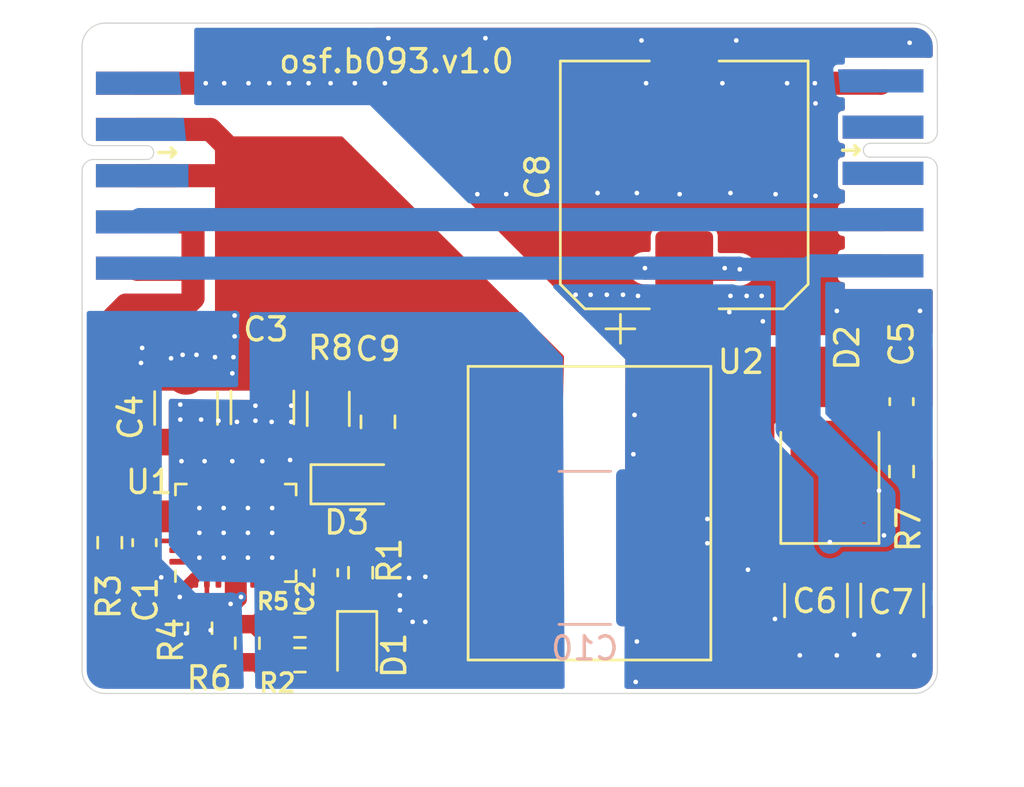
<source format=kicad_pcb>
(kicad_pcb (version 20211014) (generator pcbnew)
  (layers (0 "F.Cu" signal) (31 "B.Cu" signal) (34 "B.Paste" user) (35 "F.Paste" user) (36 "B.SilkS" user "B.Silkscreen") (37 "F.SilkS" user "F.Silkscreen") (38 "B.Mask" user) (39 "F.Mask" user) (44 "Edge.Cuts" user))
  (net 0 "")
  (net 1 "GND")
  (net 2 "Net-(R3-Pad1)")
  (net 3 "/flyback/VCC")
  (net 4 "Net-(R4-Pad2)")
  (net 5 "Net-(R5-Pad1)")
  (net 11 "/flyback/transformer_out")
  (net 12 "Net-(C5-Pad2)")
  (net 13 "Net-(D1-Pad1)")
  (net 14 "/flyback/SW")
  (net 15 "/flyback/FB1")
  (net 16 "Net-(C9-Pad2)")
  (net 18 "Net-(D1-Pad2)")
  (net 19 "/5V")
  (net 20 "/3.3V")
  (net 21 "/flyback/PoE+")
  (net 22 "/flyback/PoE-")
  (net 23 "/flyback/GNDPWR")
  (footprint "on_edge:on_edge_2x05_device" (layer "F.Cu") (at 77 80.6 -90)
    (fp_text reference "J1")
    (fp_text value "013_PoE_rectified")
    (fp_line (start -1.3 -2.8) (end -1.3 -0.5) (layer "Edge.Cuts") (width 0.05))
    (fp_line (start -0.2 0) (end 4 0) (layer "Edge.Cuts") (width 0.05))
    (fp_line (start -0.7 -0.5) (end -0.7 -2.8) (layer "Edge.Cuts") (width 0.05))
    (fp_line (start -4 0) (end -1.8 0) (layer "Edge.Cuts") (width 0.05))
    (fp_arc (start -1.3 -0.5) (mid -1.446447 -0.146447) (end -1.8 0) (layer "Edge.Cuts") (width 0.05))
    (fp_arc (start -0.2 0) (mid -0.553553 -0.146447) (end -0.7 -0.5) (layer "Edge.Cuts") (width 0.05))
    (fp_arc (start -1.3 -2.8) (mid -1 -3.1) (end -0.7 -2.8) (layer "Edge.Cuts") (width 0.05))
  )
  (footprint "Capacitor_SMD:C_0603_1608Metric" (layer "F.Cu") (at 79.7 96.475 90)
    (fp_text reference "C1")
    (fp_text value "100n")
  )
  (footprint "Capacitor_SMD:C_0603_1608Metric" (layer "F.Cu") (at 87.55 97.775 -90)
    (fp_text reference "C2")
    (fp_text value "1uF")
  )
  (footprint "Resistor_SMD:R_0603_1608Metric" (layer "F.Cu") (at 78.2 96.475 90)
    (fp_text reference "R3")
    (fp_text value "41.2R")
  )
  (footprint "Resistor_SMD:R_0603_1608Metric" (layer "F.Cu") (at 86.425 100.05)
    (fp_text reference "R5")
    (fp_text value "49.9k")
  )
  (footprint "Package_DFN_QFN:QFN-28-1EP_4x5mm_P0.5mm_EP2.65x3.65mm_ThermalVias" (layer "F.Cu") (at 83.65 96.05 90)
    (fp_text reference "U1")
    (fp_text value "MP8007")
  )
  (footprint "on_edge:on_edge_2x05_host" (layer "F.Cu") (at 114 80.5 -90)
    (fp_text reference "J2")
    (fp_text value "003_power")
    (fp_line (start -0.2 0) (end 4 0) (layer "Edge.Cuts") (width 0.05))
    (fp_line (start -1.3 0.5) (end -1.3 2.9) (layer "Edge.Cuts") (width 0.05))
    (fp_line (start -4 0) (end -1.8 0) (layer "Edge.Cuts") (width 0.05))
    (fp_line (start -0.7 2.9) (end -0.7 0.5) (layer "Edge.Cuts") (width 0.05))
    (fp_arc (start -0.7 0.5) (mid -0.553553 0.146447) (end -0.2 0) (layer "Edge.Cuts") (width 0.05))
    (fp_arc (start -1.8 0) (mid -1.446447 0.146447) (end -1.3 0.5) (layer "Edge.Cuts") (width 0.05))
    (fp_arc (start -0.7 2.9) (mid -1 3.2) (end -1.3 2.9) (layer "Edge.Cuts") (width 0.05))
  )
  (footprint "Resistor_SMD:R_0603_1608Metric" (layer "F.Cu") (at 82.1 100.175 90)
    (fp_text reference "R4")
    (fp_text value "24.9k")
  )
  (footprint "Capacitor_SMD:C_1210_3225Metric" (layer "F.Cu") (at 81.5 90.65 -90)
    (fp_text reference "C4")
    (fp_text value "10uF")
  )
  (footprint "Capacitor_SMD:C_1210_3225Metric" (layer "F.Cu") (at 84.8 90.625 -90)
    (fp_text reference "C3")
    (fp_text value "2.2uF")
  )
  (footprint "Capacitor_SMD:C_0805_2012Metric" (layer "F.Cu") (at 89.8 91.25 -90)
    (fp_text reference "C9")
    (fp_text value "10n")
  )
  (footprint "Resistor_SMD:R_0603_1608Metric" (layer "F.Cu") (at 86.425 101.55)
    (fp_text reference "R2")
    (fp_text value "20k")
  )
  (footprint "Capacitor_SMD:C_1210_3225Metric" (layer "F.Cu") (at 112.05 98.975 -90)
    (fp_text reference "C7")
    (fp_text value "47uF")
  )
  (footprint "Capacitor_SMD:CP_Elec_10x10.5" (layer "F.Cu") (at 103.05 81 90)
    (fp_text reference "C8")
    (fp_text value "220uF")
  )
  (footprint "Resistor_SMD:R_0603_1608Metric" (layer "F.Cu") (at 89.05 97.775 90)
    (fp_text reference "R1")
    (fp_text value "5.1k")
  )
  (footprint "Capacitor_SMD:C_1210_3225Metric" (layer "F.Cu") (at 108.75 98.975 -90)
    (fp_text reference "C6")
    (fp_text value "47uF")
  )
  (footprint "Resistor_SMD:R_0603_1608Metric" (layer "F.Cu") (at 84.15 100.825 90)
    (fp_text reference "R6")
    (fp_text value "110k")
  )
  (footprint "local:Transformer_Coilcraft_POE70P" (layer "F.Cu") (at 98.95 95.2)
    (fp_text reference "U2")
    (fp_text value "POE70P-50L")
  )
  (footprint "Capacitor_SMD:C_0603_1608Metric" (layer "F.Cu") (at 112.45 90.375 -90)
    (fp_text reference "C5")
    (fp_text value "1nF")
  )
  (footprint "Diode_SMD:D_PowerDI-5" (layer "F.Cu") (at 109.35 92.7 90)
    (fp_text reference "D2")
    (fp_text value "SBR8U60P5-7")
  )
  (footprint "Resistor_SMD:R_0603_1608Metric" (layer "F.Cu") (at 112.45 93.4 90)
    (fp_text reference "R7")
    (fp_text value "20R")
  )
  (footprint "Diode_SMD:D_SOD-323" (layer "F.Cu") (at 88.9 100.95 -90)
    (fp_text reference "D1")
    (fp_text value "1N4148")
  )
  (footprint "Diode_SMD:D_SOD-323_HandSoldering" (layer "F.Cu") (at 88.8 93.95)
    (fp_text reference "D3")
    (fp_text value "BAV21")
  )
  (footprint "Resistor_SMD:R_1206_3216Metric" (layer "F.Cu") (at 87.65 90.6875 90)
    (fp_text reference "R8")
    (fp_text value "10K")
  )
  (footprint "Capacitor_SMD:C_1825_4564Metric" (layer "B.Cu") (at 98.75 96.7)
    (fp_text reference "C10")
    (fp_text value "1nF")
  )
  (gr_line (start 113 103) (end 78 103) (layer "Edge.Cuts") (width 0.05))
  (gr_line (start 77 102) (end 77 84.6) (layer "Edge.Cuts") (width 0.05))
  (gr_line (start 78 74) (end 113 74) (layer "Edge.Cuts") (width 0.05))
  (gr_line (start 114 76.5) (end 114 75) (layer "Edge.Cuts") (width 0.05))
  (gr_line (start 77 76.6) (end 77 75) (layer "Edge.Cuts") (width 0.05))
  (gr_arc (start 113 74) (mid 113.707107 74.292893) (end 114 75) (layer "Edge.Cuts") (width 0.05))
  (gr_arc (start 77 75) (mid 77.292893 74.292893) (end 78 74) (layer "Edge.Cuts") (width 0.05))
  (gr_arc (start 78 103) (mid 77.292893 102.707107) (end 77 102) (layer "Edge.Cuts") (width 0.05))
  (gr_line (start 114 102) (end 114 84.5) (layer "Edge.Cuts") (width 0.05))
  (gr_arc (start 114 102) (mid 113.707107 102.707107) (end 113 103) (layer "Edge.Cuts") (width 0.05))
  (gr_text "osf.b093.v1.0" (at 90.6 75.65) (layer "F.SilkS") (effects (font (size 1 1))))
  (segment (start 82.35 76.6) (end 83.15 76.6) (width 1) (layer "F.Cu") (net 1))
  (segment (start 104.05 96.5) (end 105.755 96.5) (width 1) (layer "F.Cu") (net 1))
  (segment (start 108.7275 77.4725) (end 108.7275 76.6725) (width 1) (layer "F.Cu") (net 1))
  (segment (start 86.8 76.6) (end 87.75 76.6) (width 1) (layer "F.Cu") (net 1))
  (segment (start 110.4 100.45) (end 112.05 100.45) (width 1) (layer "F.Cu") (net 1))
  (segment (start 104.05 96.5) (end 104.05 95.45) (width 1) (layer "F.Cu") (net 1))
  (segment (start 87.75 76.6) (end 88.8 76.6) (width 1) (layer "F.Cu") (net 1))
  (segment (start 105.805 96.45) (end 105.805 97.645) (width 1) (layer "F.Cu") (net 1))
  (segment (start 85.95 76.6) (end 86.8 76.6) (width 1) (layer "F.Cu") (net 1))
  (segment (start 104.7 76.6) (end 107.5 76.6) (width 1) (layer "F.Cu") (net 1))
  (segment (start 104.05 95.45) (end 104.05 89.3) (width 1) (layer "F.Cu") (net 1))
  (segment (start 106.15 98.95) (end 106.975 99.775) (width 1) (layer "F.Cu") (net 1))
  (segment (start 104.05 89.3) (end 106.45 86.9) (width 1) (layer "F.Cu") (net 1))
  (segment (start 108.7 76.6) (end 108.8 76.6) (width 1) (layer "F.Cu") (net 1))
  (segment (start 107.65 100.45) (end 108.75 100.45) (width 1) (layer "F.Cu") (net 1))
  (segment (start 85.1 76.6) (end 85.95 76.6) (width 1) (layer "F.Cu") (net 1))
  (segment (start 84.2 76.6) (end 85.1 76.6) (width 1) (layer "F.Cu") (net 1))
  (segment (start 107.5 76.6) (end 108.7 76.6) (width 1) (layer "F.Cu") (net 1))
  (segment (start 108.75 100.45) (end 110.4 100.45) (width 1) (layer "F.Cu") (net 1))
  (segment (start 106.45 86.9) (end 108.7275 84.6225) (width 1) (layer "F.Cu") (net 1))
  (segment (start 105.755 96.5) (end 105.805 96.45) (width 1) (layer "F.Cu") (net 1))
  (segment (start 111.55 76.6) (end 111.65 76.5) (width 1) (layer "F.Cu") (net 1))
  (segment (start 83.15 76.6) (end 84.2 76.6) (width 1) (layer "F.Cu") (net 1))
  (segment (start 90.1 76.6) (end 101.4 76.6) (width 1) (layer "F.Cu") (net 1))
  (segment (start 108.7275 76.6725) (end 108.8 76.6) (width 1) (layer "F.Cu") (net 1))
  (segment (start 108.8 76.6) (end 111.55 76.6) (width 1) (layer "F.Cu") (net 1))
  (segment (start 88.8 76.6) (end 90.1 76.6) (width 1) (layer "F.Cu") (net 1))
  (segment (start 108.7275 84.6225) (end 108.7275 81.4725) (width 1) (layer "F.Cu") (net 1))
  (segment (start 105.805 97.645) (end 105.805 98.95) (width 1) (layer "F.Cu") (net 1))
  (segment (start 108.7275 81.4725) (end 108.7275 77.4725) (width 1) (layer "F.Cu") (net 1))
  (segment (start 106.975 99.775) (end 107.65 100.45) (width 1) (layer "F.Cu") (net 1))
  (segment (start 105.805 98.95) (end 106.15 98.95) (width 1) (layer "F.Cu") (net 1))
  (segment (start 101.4 76.6) (end 104.7 76.6) (width 1) (layer "F.Cu") (net 1))
  (segment (start 79.35 76.6) (end 82.35 76.6) (width 1) (layer "F.Cu") (net 1))
  (via (at 108.7 76.6) (size 0.45) (drill 0.2) (layers "F.Cu" "B.Cu") (net 1))
  (via (at 104.05 95.45) (size 0.45) (drill 0.2) (layers "F.Cu" "B.Cu") (net 1))
  (via (at 109.65 86.45) (size 0.45) (drill 0.2) (layers "F.Cu" "B.Cu") (net 1))
  (via (at 104.7 76.6) (size 0.45) (drill 0.2) (layers "F.Cu" "B.Cu") (net 1))
  (via (at 99.3 81.35) (size 0.45) (drill 0.2) (layers "F.Cu" "B.Cu") (net 1))
  (via (at 87.75 76.6) (size 0.45) (drill 0.2) (layers "F.Cu" "B.Cu") (net 1))
  (via (at 106.975 99.775) (size 0.45) (drill 0.2) (layers "F.Cu" "B.Cu") (net 1))
  (via (at 104.05 96.5) (size 0.45) (drill 0.2) (layers "F.Cu" "B.Cu") (net 1))
  (via (at 101.2 74.75) (size 0.45) (drill 0.2) (layers "F.Cu" "B.Cu") (net 1))
  (via (at 101.05 85.8) (size 0.45) (drill 0.2) (layers "F.Cu" "B.Cu") (net 1))
  (via (at 101.4 76.6) (size 0.45) (drill 0.2) (layers "F.Cu" "B.Cu") (net 1))
  (via (at 98.35 85.75) (size 0.45) (drill 0.2) (layers "F.Cu" "B.Cu") (net 1))
  (via (at 110.4 100.45) (size 0.45) (drill 0.2) (layers "F.Cu" "B.Cu") (net 1))
  (via (at 108.7275 77.4725) (size 0.45) (drill 0.2) (layers "F.Cu" "B.Cu") (net 1))
  (via (at 112.8 74.85) (size 0.45) (drill 0.2) (layers "F.Cu" "B.Cu") (net 1))
  (via (at 105.05 85.8) (size 0.45) (drill 0.2) (layers "F.Cu" "B.Cu") (net 1))
  (via (at 108.05 101.35) (size 0.45) (drill 0.2) (layers "F.Cu" "B.Cu") (net 1))
  (via (at 88.8 76.6) (size 0.45) (drill 0.2) (layers "F.Cu" "B.Cu") (net 1))
  (via (at 100.85 92.65) (size 0.45) (drill 0.2) (layers "F.Cu" "B.Cu") (net 1))
  (via (at 90.25 74.65) (size 0.45) (drill 0.2) (layers "F.Cu" "B.Cu") (net 1))
  (via (at 108.7275 81.4725) (size 0.45) (drill 0.2) (layers "F.Cu" "B.Cu") (net 1))
  (via (at 107 81.4) (size 0.45) (drill 0.2) (layers "F.Cu" "B.Cu") (net 1))
  (via (at 94.1 81.4) (size 0.45) (drill 0.2) (layers "F.Cu" "B.Cu") (net 1))
  (via (at 99 85.75) (size 0.45) (drill 0.2) (layers "F.Cu" "B.Cu") (net 1))
  (via (at 100.95 102.5) (size 0.45) (drill 0.2) (layers "F.Cu" "B.Cu") (net 1))
  (via (at 97.1 81.3) (size 0.45) (drill 0.2) (layers "F.Cu" "B.Cu") (net 1))
  (via (at 95.35 81.4) (size 0.45) (drill 0.2) (layers "F.Cu" "B.Cu") (net 1))
  (via (at 99.7 85.75) (size 0.45) (drill 0.2) (layers "F.Cu" "B.Cu") (net 1))
  (via (at 106.45 86.9) (size 0.45) (drill 0.2) (layers "F.Cu" "B.Cu") (net 1))
  (via (at 101 100.75) (size 0.45) (drill 0.2) (layers "F.Cu" "B.Cu") (net 1))
  (via (at 102.85 81.4) (size 0.45) (drill 0.2) (layers "F.Cu" "B.Cu") (net 1))
  (via (at 90.1 76.6) (size 0.45) (drill 0.2) (layers "F.Cu" "B.Cu") (net 1))
  (via (at 105.3 74.75) (size 0.45) (drill 0.2) (layers "F.Cu" "B.Cu") (net 1))
  (via (at 109.65 101.35) (size 0.45) (drill 0.2) (layers "F.Cu" "B.Cu") (net 1))
  (via (at 86.8 76.6) (size 0.45) (drill 0.2) (layers "F.Cu" "B.Cu") (net 1))
  (via (at 105.05 81.35) (size 0.45) (drill 0.2) (layers "F.Cu" "B.Cu") (net 1))
  (via (at 113 101.35) (size 0.45) (drill 0.2) (layers "F.Cu" "B.Cu") (net 1))
  (via (at 105 86.5) (size 0.45) (drill 0.2) (layers "F.Cu" "B.Cu") (net 1))
  (via (at 105.75 85.8) (size 0.45) (drill 0.2) (layers "F.Cu" "B.Cu") (net 1))
  (via (at 107.5 76.6) (size 0.45) (drill 0.2) (layers "F.Cu" "B.Cu") (net 1))
  (via (at 94.45 74.65) (size 0.45) (drill 0.2) (layers "F.Cu" "B.Cu") (net 1))
  (via (at 82.35 76.6) (size 0.45) (drill 0.2) (layers "F.Cu" "B.Cu") (net 1))
  (via (at 106.4 85.8) (size 0.45) (drill 0.2) (layers "F.Cu" "B.Cu") (net 1))
  (via (at 113.25 86.45) (size 0.45) (drill 0.2) (layers "F.Cu" "B.Cu") (net 1))
  (via (at 100.4 85.75) (size 0.45) (drill 0.2) (layers "F.Cu" "B.Cu") (net 1))
  (via (at 100.9 90.95) (size 0.45) (drill 0.2) (layers "F.Cu" "B.Cu") (net 1))
  (via (at 101 81.35) (size 0.45) (drill 0.2) (layers "F.Cu" "B.Cu") (net 1))
  (via (at 84.2 76.6) (size 0.45) (drill 0.2) (layers "F.Cu" "B.Cu") (net 1))
  (via (at 105.805 97.645) (size 0.45) (drill 0.2) (layers "F.Cu" "B.Cu") (net 1))
  (via (at 83.15 76.6) (size 0.45) (drill 0.2) (layers "F.Cu" "B.Cu") (net 1))
  (via (at 111.45 101.35) (size 0.45) (drill 0.2) (layers "F.Cu" "B.Cu") (net 1))
  (via (at 85.1 76.6) (size 0.45) (drill 0.2) (layers "F.Cu" "B.Cu") (net 1))
  (via (at 85.95 76.6) (size 0.45) (drill 0.2) (layers "F.Cu" "B.Cu") (net 1))
  (segment (start 103.85 96.7) (end 104.05 96.5) (width 1) (layer "B.Cu") (net 1))
  (segment (start 100.8 96.7) (end 103.85 96.7) (width 1) (layer "B.Cu") (net 1))
  (segment (start 79.1 96.4) (end 78.2 97.3) (width 0.2) (layer "F.Cu") (net 2))
  (segment (start 81.1 96.4) (end 79.1 96.4) (width 0.2) (layer "F.Cu") (net 2))
  (segment (start 81.2 96.3) (end 81.1 96.4) (width 0.2) (layer "F.Cu") (net 2))
  (segment (start 89 97) (end 89.05 96.95) (width 0.5) (layer "F.Cu") (net 3))
  (segment (start 87.55 97) (end 89 97) (width 0.5) (layer "F.Cu") (net 3))
  (segment (start 86.1 96.8) (end 87.35 96.8) (width 0.2) (layer "F.Cu") (net 3))
  (segment (start 87.35 96.8) (end 87.55 97) (width 0.2) (layer "F.Cu") (net 3))
  (segment (start 82.4 99.05) (end 82.1 99.35) (width 0.2) (layer "F.Cu") (net 4))
  (segment (start 82.4 98) (end 82.4 99.05) (width 0.2) (layer "F.Cu") (net 4))
  (segment (start 85.4 99.85) (end 85.6 100.05) (width 0.2) (layer "F.Cu") (net 5))
  (segment (start 85.4 98) (end 85.4 99.85) (width 0.2) (layer "F.Cu") (net 5))
  (segment (start 112.212 89.838) (end 112.45 89.6) (width 1) (layer "F.Cu") (net 11))
  (segment (start 110.27 89.838) (end 108.43 89.838) (width 1) (layer "F.Cu") (net 11))
  (segment (start 110.27 89.838) (end 112.212 89.838) (width 1) (layer "F.Cu") (net 11))
  (segment (start 105.805 93.95) (end 105.805 91.45) (width 1) (layer "F.Cu") (net 11))
  (segment (start 108.43 89.838) (end 107.417 89.838) (width 1) (layer "F.Cu") (net 11))
  (segment (start 107.417 89.838) (end 105.805 91.45) (width 1) (layer "F.Cu") (net 11))
  (segment (start 112.45 91.15) (end 112.45 92.575) (width 1) (layer "F.Cu") (net 12))
  (segment (start 89.05 98.6) (end 89.05 99.75) (width 0.5) (layer "F.Cu") (net 13))
  (segment (start 89.05 99.75) (end 88.9 99.9) (width 0.5) (layer "F.Cu") (net 13))
  (segment (start 90.05 93.95) (end 88.675 95.325) (width 0.5) (layer "F.Cu") (net 14))
  (segment (start 88.675 95.325) (end 86.270926 95.325) (width 0.5) (layer "F.Cu") (net 14))
  (segment (start 88.5 95.5) (end 87.375 95.5) (width 1.8) (layer "F.Cu") (net 14))
  (segment (start 92.095 93.95) (end 90.05 93.95) (width 1.8) (layer "F.Cu") (net 14))
  (segment (start 88.225 95.775) (end 86.1 95.775) (width 0.5) (layer "F.Cu") (net 14))
  (segment (start 88.675 95.325) (end 88.225 95.775) (width 0.5) (layer "F.Cu") (net 14))
  (segment (start 90.05 93.95) (end 88.5 95.5) (width 1.8) (layer "F.Cu") (net 14))
  (segment (start 84.9 99.25) (end 84.15 100) (width 0.2) (layer "F.Cu") (net 15))
  (segment (start 85.6 101.55) (end 84.15 100.1) (width 0.2) (layer "F.Cu") (net 15))
  (segment (start 84.9 98) (end 84.9 99.25) (width 0.2) (layer "F.Cu") (net 15))
  (segment (start 84.15 100.1) (end 84.15 100) (width 0.2) (layer "F.Cu") (net 15))
  (segment (start 87.7 92.2) (end 87.65 92.15) (width 1) (layer "F.Cu") (net 16))
  (segment (start 87.55 93.95) (end 87.55 92.25) (width 1) (layer "F.Cu") (net 16))
  (segment (start 89.8 92.2) (end 87.7 92.2) (width 1) (layer "F.Cu") (net 16))
  (segment (start 87.55 92.25) (end 87.65 92.15) (width 1) (layer "F.Cu") (net 16))
  (segment (start 91.05 102) (end 88.9 102) (width 0.2) (layer "F.Cu") (net 18))
  (segment (start 92.095 96.45) (end 93.36 97.715) (width 0.2) (layer "F.Cu") (net 18))
  (segment (start 93.36 99.69) (end 91.05 102) (width 0.2) (layer "F.Cu") (net 18))
  (segment (start 88.625 102.275) (end 84.775 102.275) (width 0.2) (layer "F.Cu") (net 18))
  (segment (start 88.9 102) (end 88.625 102.275) (width 0.2) (layer "F.Cu") (net 18))
  (segment (start 93.36 97.715) (end 93.36 99.69) (width 0.2) (layer "F.Cu") (net 18))
  (segment (start 84.775 102.275) (end 84.15 101.65) (width 0.2) (layer "F.Cu") (net 18))
  (segment (start 109.35 93.82) (end 109.35 96.45) (width 1) (layer "F.Cu") (net 19))
  (segment (start 105.45 84.65) (end 103.6 84.65) (width 1) (layer "F.Cu") (net 19))
  (segment (start 103.6 84.65) (end 103.05 85.2) (width 1) (layer "F.Cu") (net 19))
  (segment (start 109.35 96.45) (end 109.35 96.9) (width 1) (layer "F.Cu") (net 19))
  (segment (start 102.45 84.6) (end 103.05 85.2) (width 1) (layer "F.Cu") (net 19))
  (segment (start 112.05 97.5) (end 112.05 96.52) (width 1) (layer "F.Cu") (net 19))
  (segment (start 109.755 94.225) (end 109.35 93.82) (width 1) (layer "F.Cu") (net 19))
  (segment (start 112.45 94.225) (end 111.475 94.225) (width 1) (layer "F.Cu") (net 19))
  (segment (start 111.69 96.16) (end 109.35 93.82) (width 1) (layer "F.Cu") (net 19))
  (segment (start 112.05 96.52) (end 111.69 96.16) (width 1) (layer "F.Cu") (net 19))
  (segment (start 109.35 96.9) (end 108.75 97.5) (width 1) (layer "F.Cu") (net 19))
  (segment (start 111.475 94.225) (end 109.755 94.225) (width 1) (layer "F.Cu") (net 19))
  (segment (start 112.05 97.5) (end 108.75 97.5) (width 1) (layer "F.Cu") (net 19))
  (segment (start 101.35 84.6) (end 102.45 84.6) (width 1) (layer "F.Cu") (net 19))
  (via (at 111.475 94.225) (size 0.45) (drill 0.2) (layers "F.Cu" "B.Cu") (net 19))
  (via (at 104.8 84.6) (size 0.45) (drill 0.2) (layers "F.Cu" "B.Cu") (net 19))
  (via (at 111.69 96.16) (size 0.45) (drill 0.2) (layers "F.Cu" "B.Cu") (net 19))
  (via (at 105.45 84.65) (size 0.45) (drill 0.2) (layers "F.Cu" "B.Cu") (net 19))
  (via (at 109.35 96.45) (size 0.45) (drill 0.2) (layers "F.Cu" "B.Cu") (net 19))
  (via (at 101.35 84.6) (size 0.45) (drill 0.2) (layers "F.Cu" "B.Cu") (net 19))
  (segment (start 108.45 91.2) (end 108.45 84.65) (width 1) (layer "B.Cu") (net 19))
  (segment (start 111.69 96.16) (end 109.64 96.16) (width 1) (layer "B.Cu") (net 19))
  (segment (start 79.3 84.6) (end 101.35 84.6) (width 1) (layer "B.Cu") (net 19))
  (segment (start 108.45 84.65) (end 108.6 84.5) (width 1) (layer "B.Cu") (net 19))
  (segment (start 107.5 91.55) (end 107.5 84.65) (width 1) (layer "B.Cu") (net 19))
  (segment (start 109.35 96.45) (end 109.35 93.4) (width 1) (layer "B.Cu") (net 19))
  (segment (start 109.35 96.45) (end 109.35 96.35) (width 1) (layer "B.Cu") (net 19))
  (segment (start 108.45 84.65) (end 107.5 84.65) (width 1) (layer "B.Cu") (net 19))
  (segment (start 107.5 84.65) (end 105.45 84.65) (width 1) (layer "B.Cu") (net 19))
  (segment (start 109.35 96.35) (end 111.475 94.225) (width 1) (layer "B.Cu") (net 19))
  (segment (start 105.4 84.6) (end 105.45 84.65) (width 1) (layer "B.Cu") (net 19))
  (segment (start 104.8 84.6) (end 105.4 84.6) (width 1) (layer "B.Cu") (net 19))
  (segment (start 109.64 96.16) (end 109.35 96.45) (width 1) (layer "B.Cu") (net 19))
  (segment (start 111.69 94.44) (end 111.475 94.225) (width 1) (layer "B.Cu") (net 19))
  (segment (start 109.35 95.1) (end 110.85 93.6) (width 1) (layer "B.Cu") (net 19))
  (segment (start 109.35 96.45) (end 109.35 95.1) (width 1) (layer "B.Cu") (net 19))
  (segment (start 111.475 94.225) (end 110.85 93.6) (width 1) (layer "B.Cu") (net 19))
  (segment (start 101.35 84.6) (end 104.8 84.6) (width 1) (layer "B.Cu") (net 19))
  (segment (start 108.6 84.5) (end 111.5 84.5) (width 1) (layer "B.Cu") (net 19))
  (segment (start 111.69 95.74) (end 109.35 93.4) (width 1) (layer "B.Cu") (net 19))
  (segment (start 111.69 96.16) (end 111.69 95.74) (width 1) (layer "B.Cu") (net 19))
  (segment (start 111.69 96.16) (end 111.69 94.44) (width 1) (layer "B.Cu") (net 19))
  (segment (start 109.35 93.4) (end 107.5 91.55) (width 1) (layer "B.Cu") (net 19))
  (segment (start 110.85 93.6) (end 108.45 91.2) (width 1) (layer "B.Cu") (net 19))
  (segment (start 79.5 82.5) (end 79.4 82.6) (width 1) (layer "B.Cu") (net 20))
  (segment (start 111.6 82.5) (end 79.5 82.5) (width 1) (layer "B.Cu") (net 20))
  (segment (start 81.225 98.65) (end 81.875 98) (width 0.5) (layer "F.Cu") (net 21))
  (segment (start 84.8 89.15) (end 83.5 89.15) (width 1) (layer "F.Cu") (net 21))
  (segment (start 83.425 99.401472) (end 83.875 98.951472) (width 0.5) (layer "F.Cu") (net 21))
  (segment (start 83.875 98.951472) (end 83.875 98.825) (width 0.5) (layer "F.Cu") (net 21))
  (segment (start 79.35 80.6) (end 83.5 80.6) (width 1) (layer "F.Cu") (net 21))
  (segment (start 83.425 99.125) (end 83.425 98) (width 0.5) (layer "F.Cu") (net 21))
  (segment (start 83.6 88.45) (end 83.55 88.45) (width 1.8) (layer "F.Cu") (net 21))
  (segment (start 83.5 89.15) (end 81.525 89.15) (width 1) (layer "F.Cu") (net 21))
  (segment (start 83.5 80.6) (end 83.6 80.5) (width 1) (layer "F.Cu") (net 21))
  (segment (start 79.35 78.6) (end 82.55 78.6) (width 1) (layer "F.Cu") (net 21))
  (segment (start 88.9 89.4) (end 87.825 89.4) (width 1) (layer "F.Cu") (net 21))
  (segment (start 79.7 97.25) (end 80.425 97.975) (width 0.5) (layer "F.Cu") (net 21))
  (segment (start 81.225 100.125) (end 81.225 98.825) (width 0.5) (layer "F.Cu") (net 21))
  (segment (start 82.55 78.6) (end 83.6 79.65) (width 1) (layer "F.Cu") (net 21))
  (segment (start 92.095 91.195) (end 89.35 88.45) (width 1.8) (layer "F.Cu") (net 21))
  (segment (start 82.1 100.726472) (end 82.563236 100.263236) (width 0.5) (layer "F.Cu") (net 21))
  (segment (start 83.875 98.825) (end 83.875 98) (width 0.5) (layer "F.Cu") (net 21))
  (segment (start 81.9 98) (end 81.375 98.525) (width 0.2) (layer "F.Cu") (net 21))
  (segment (start 82.563236 100.263236) (end 83.425 99.401472) (width 0.5) (layer "F.Cu") (net 21))
  (segment (start 92.095 91.45) (end 91.5 91.45) (width 1) (layer "F.Cu") (net 21))
  (segment (start 82.1 101) (end 82.1 100.726472) (width 0.5) (layer "F.Cu") (net 21))
  (segment (start 81.375 98.525) (end 81.375 100.275) (width 0.2) (layer "F.Cu") (net 21))
  (segment (start 83.6 80.5) (end 83.6 86.65) (width 1) (layer "F.Cu") (net 21))
  (segment (start 81.1 88.775) (end 81.5 89.175) (width 1.8) (layer "F.Cu") (net 21))
  (segment (start 83.6 87.55) (end 83.6 88.45) (width 1) (layer "F.Cu") (net 21))
  (segment (start 87.65 89.225) (end 84.875 89.225) (width 1) (layer "F.Cu") (net 21))
  (segment (start 83.55 88.45) (end 82.75 88.45) (width 1.8) (layer "F.Cu") (net 21))
  (segment (start 81.1 98.65) (end 81.225 98.65) (width 0.5) (layer "F.Cu") (net 21))
  (segment (start 80.425 97.975) (end 81.1 98.65) (width 0.5) (layer "F.Cu") (net 21))
  (segment (start 89.8 90.3) (end 88.9 89.4) (width 1) (layer "F.Cu") (net 21))
  (segment (start 83.6 79.65) (end 83.6 80.5) (width 1) (layer "F.Cu") (net 21))
  (segment (start 90.35 90.3) (end 89.8 90.3) (width 1) (layer "F.Cu") (net 21))
  (segment (start 82.1 101) (end 81.5 100.4) (width 0.5) (layer "F.Cu") (net 21))
  (segment (start 89.35 88.45) (end 83.6 88.45) (width 1.8) (layer "F.Cu") (net 21))
  (segment (start 83.6 86.65) (end 83.6 87.55) (width 1) (layer "F.Cu") (net 21))
  (segment (start 81.375 100.275) (end 82.1 101) (width 0.2) (layer "F.Cu") (net 21))
  (segment (start 87.825 89.4) (end 87.65 89.225) (width 1) (layer "F.Cu") (net 21))
  (segment (start 91.5 91.45) (end 90.35 90.3) (width 1) (layer "F.Cu") (net 21))
  (segment (start 83.425 99.401472) (end 83.425 99.125) (width 0.5) (layer "F.Cu") (net 21))
  (segment (start 81.5 100.4) (end 81.225 100.125) (width 0.5) (layer "F.Cu") (net 21))
  (segment (start 81.525 89.15) (end 81.5 89.175) (width 1) (layer "F.Cu") (net 21))
  (segment (start 81.225 98.825) (end 81.225 98.65) (width 0.5) (layer "F.Cu") (net 21))
  (segment (start 81.1 88.45) (end 81.1 88.775) (width 1.8) (layer "F.Cu") (net 21))
  (segment (start 82.75 88.45) (end 81.1 88.45) (width 1.8) (layer "F.Cu") (net 21))
  (segment (start 84.875 89.225) (end 84.8 89.15) (width 1) (layer "F.Cu") (net 21))
  (segment (start 92.095 91.45) (end 92.095 91.195) (width 1.8) (layer "F.Cu") (net 21))
  (via (at 81.35 88.35) (size 0.45) (drill 0.2) (layers "F.Cu" "B.Cu") (net 21))
  (via (at 83.6 87.55) (size 0.45) (drill 0.2) (layers "F.Cu" "B.Cu") (net 21))
  (via (at 81.95 88.35) (size 0.45) (drill 0.2) (layers "F.Cu" "B.Cu") (net 21))
  (via (at 83.5 89.15) (size 0.45) (drill 0.2) (layers "F.Cu" "B.Cu") (net 21))
  (via (at 83.55 88.45) (size 0.45) (drill 0.2) (layers "F.Cu" "B.Cu") (net 21))
  (via (at 83.425 99.125) (size 0.45) (drill 0.2) (layers "F.Cu" "B.Cu") (net 21))
  (via (at 82.563236 100.263236) (size 0.45) (drill 0.2) (layers "F.Cu" "B.Cu") (net 21))
  (via (at 83.875 98.825) (size 0.45) (drill 0.2) (layers "F.Cu" "B.Cu") (net 21))
  (via (at 83.6 86.65) (size 0.45) (drill 0.2) (layers "F.Cu" "B.Cu") (net 21))
  (via (at 82.75 88.45) (size 0.45) (drill 0.2) (layers "F.Cu" "B.Cu") (net 21))
  (via (at 80.425 97.975) (size 0.45) (drill 0.2) (layers "F.Cu" "B.Cu") (net 21))
  (via (at 81.5 100.4) (size 0.45) (drill 0.2) (layers "F.Cu" "B.Cu") (net 21))
  (via (at 79.55 88.7) (size 0.45) (drill 0.2) (layers "F.Cu" "B.Cu") (net 21))
  (via (at 79.6 88.05) (size 0.45) (drill 0.2) (layers "F.Cu" "B.Cu") (net 21))
  (via (at 80.85 88.5) (size 0.45) (drill 0.2) (layers "F.Cu" "B.Cu") (net 21))
  (via (at 81.225 98.825) (size 0.45) (drill 0.2) (layers "F.Cu" "B.Cu") (net 21))
  (segment (start 83.425 99.125) (end 83.4 99.15) (width 1) (layer "B.Cu") (net 21))
  (segment (start 80.85 88.5) (end 81 88.35) (width 1) (layer "B.Cu") (net 21))
  (segment (start 81 88.35) (end 81.35 88.35) (width 1) (layer "B.Cu") (net 21))
  (segment (start 81.7 99.15) (end 79.95 97.4) (width 1) (layer "B.Cu") (net 21))
  (segment (start 81.95 88.35) (end 82.65 88.35) (width 1) (layer "B.Cu") (net 21))
  (segment (start 81.35 88.35) (end 81.95 88.35) (width 1) (layer "B.Cu") (net 21))
  (segment (start 79.95 89.4) (end 80.85 88.5) (width 1) (layer "B.Cu") (net 21))
  (segment (start 82.65 88.35) (end 82.75 88.45) (width 1) (layer "B.Cu") (net 21))
  (segment (start 79.95 97.4) (end 79.95 89.4) (width 1) (layer "B.Cu") (net 21))
  (segment (start 83.4 99.15) (end 81.7 99.15) (width 1) (layer "B.Cu") (net 21))
  (segment (start 79.7 95.7) (end 79.775 95.775) (width 0.5) (layer "F.Cu") (net 22))
  (segment (start 81.8 85.9) (end 81.5 86.2) (width 1) (layer "F.Cu") (net 22))
  (segment (start 81.5 86.2) (end 78.9 86.2) (width 1) (layer "F.Cu") (net 22))
  (segment (start 80.1 95.3) (end 79.7 95.7) (width 0.5) (layer "F.Cu") (net 22))
  (segment (start 81.2 95.3) (end 80.1 95.3) (width 0.5) (layer "F.Cu") (net 22))
  (segment (start 78.2 95.65) (end 79.7 95.65) (width 1) (layer "F.Cu") (net 22))
  (segment (start 77.75 87.35) (end 77.75 95.2) (width 1) (layer "F.Cu") (net 22))
  (segment (start 79.775 95.775) (end 81.2 95.775) (width 0.5) (layer "F.Cu") (net 22))
  (segment (start 78.9 86.2) (end 77.75 87.35) (width 1) (layer "F.Cu") (net 22))
  (segment (start 81.65 82.6) (end 81.8 82.75) (width 1) (layer "F.Cu") (net 22))
  (segment (start 79.4 84.65) (end 79.35 84.6) (width 1) (layer "F.Cu") (net 22))
  (segment (start 81.8 84.65) (end 79.4 84.65) (width 1) (layer "F.Cu") (net 22))
  (segment (start 77.75 95.2) (end 78.2 95.65) (width 1) (layer "F.Cu") (net 22))
  (segment (start 81.8 84.65) (end 81.8 85.9) (width 1) (layer "F.Cu") (net 22))
  (segment (start 79.35 82.6) (end 81.65 82.6) (width 1) (layer "F.Cu") (net 22))
  (segment (start 81.8 82.75) (end 81.8 84.65) (width 1) (layer "F.Cu") (net 22))
  (segment (start 81.1 94.9) (end 81.2 94.8) (width 0.5) (layer "F.Cu") (net 22))
  (segment (start 79.7 95.7) (end 80.5 94.9) (width 0.5) (layer "F.Cu") (net 22))
  (segment (start 80.5 94.9) (end 81.1 94.9) (width 0.5) (layer "F.Cu") (net 22))
  (segment (start 87.25 100.05) (end 87.25 98.85) (width 0.5) (layer "F.Cu") (net 23))
  (segment (start 91.645 99.4) (end 92.095 98.95) (width 1) (layer "F.Cu") (net 23))
  (segment (start 81.5 92.125) (end 84.775 92.125) (width 1) (layer "F.Cu") (net 23))
  (segment (start 84.4 94.75) (end 84.175 94.975) (width 0.2) (layer "F.Cu") (net 23))
  (segment (start 90.945 97.8) (end 88.3 97.8) (width 0.5) (layer "F.Cu") (net 23))
  (segment (start 85.4 94.1) (end 85.4 94.8) (width 0.2) (layer "F.Cu") (net 23))
  (segment (start 84.4 94.1) (end 84.4 94.75) (width 0.2) (layer "F.Cu") (net 23))
  (segment (start 82.4 94.1) (end 82.4 94.8) (width 0.2) (layer "F.Cu") (net 23))
  (segment (start 86.1 97.3) (end 85.4 97.3) (width 0.2) (layer "F.Cu") (net 23))
  (segment (start 91.3 99.9) (end 91.3 99.745) (width 1) (layer "F.Cu") (net 23))
  (segment (start 88.3 97.8) (end 87.55 98.55) (width 0.5) (layer "F.Cu") (net 23))
  (segment (start 87.55 98.55) (end 86.325 97.325) (width 0.5) (layer "F.Cu") (net 23))
  (segment (start 82.3 92.7) (end 82.3 92.95) (width 1) (layer "F.Cu") (net 23))
  (segment (start 82.3 94.7) (end 83.65 96.05) (width 1) (layer "F.Cu") (net 23))
  (segment (start 82.9 94.1) (end 82.9 95.3) (width 0.2) (layer "F.Cu") (net 23))
  (segment (start 84.4 97.35) (end 84.175 97.125) (width 0.2) (layer "F.Cu") (net 23))
  (segment (start 84.8 94.9) (end 83.65 96.05) (width 1) (layer "F.Cu") (net 23))
  (segment (start 83.4 95.8) (end 83.65 96.05) (width 0.2) (layer "F.Cu") (net 23))
  (segment (start 82.3 92.95) (end 82.3 94.7) (width 1) (layer "F.Cu") (net 23))
  (segment (start 84.8 92.95) (end 84.8 94.9) (width 1) (layer "F.Cu") (net 23))
  (segment (start 84.9 94.8) (end 83.65 96.05) (width 0.2) (layer "F.Cu") (net 23))
  (segment (start 91.1475 98.0025) (end 92.095 98.95) (width 1) (layer "F.Cu") (net 23))
  (segment (start 91.85 98.705) (end 92.095 98.95) (width 1) (layer "F.Cu") (net 23))
  (segment (start 83.4 94.1) (end 83.4 95.8) (width 0.2) (layer "F.Cu") (net 23))
  (segment (start 84.775 92.125) (end 84.8 92.1) (width 1) (layer "F.Cu") (net 23))
  (segment (start 81.725 92.125) (end 82.3 92.7) (width 1) (layer "F.Cu") (net 23))
  (segment (start 91.85 97.95) (end 91.85 98.705) (width 1) (layer "F.Cu") (net 23))
  (segment (start 90.75 98.75) (end 91.895 98.75) (width 1) (layer "F.Cu") (net 23))
  (segment (start 84.4 98) (end 84.4 97.35) (width 0.2) (layer "F.Cu") (net 23))
  (segment (start 81.9 94.8) (end 82.075 94.975) (width 0.2) (layer "F.Cu") (net 23))
  (segment (start 91.85 99.195) (end 92.095 98.95) (width 1) (layer "F.Cu") (net 23))
  (segment (start 84.9 94.1) (end 84.9 94.8) (width 0.2) (layer "F.Cu") (net 23))
  (segment (start 91.85 99.9) (end 91.85 99.195) (width 1) (layer "F.Cu") (net 23))
  (segment (start 91.1475 98.0025) (end 90.945 97.8) (width 0.5) (layer "F.Cu") (net 23))
  (segment (start 81.9 94.1) (end 81.9 94.8) (width 0.2) (layer "F.Cu") (net 23))
  (segment (start 86.1 94.8) (end 85.4 94.8) (width 0.2) (layer "F.Cu") (net 23))
  (segment (start 91.895 98.75) (end 92.095 98.95) (width 1) (layer "F.Cu") (net 23))
  (segment (start 82.4 94.8) (end 83.65 96.05) (width 0.2) (layer "F.Cu") (net 23))
  (segment (start 85.4 97.3) (end 85.225 97.125) (width 0.2) (layer "F.Cu") (net 23))
  (segment (start 90.75 99.4) (end 91.645 99.4) (width 1) (layer "F.Cu") (net 23))
  (segment (start 85.4 94.8) (end 85.225 94.975) (width 0.2) (layer "F.Cu") (net 23))
  (segment (start 86.325 97.325) (end 86.1 97.325) (width 0.5) (layer "F.Cu") (net 23))
  (segment (start 81.5 92.125) (end 81.725 92.125) (width 1) (layer "F.Cu") (net 23))
  (segment (start 91.3 99.745) (end 92.095 98.95) (width 1) (layer "F.Cu") (net 23))
  (segment (start 87.25 98.85) (end 87.55 98.55) (width 0.5) (layer "F.Cu") (net 23))
  (segment (start 82.9 95.3) (end 83.65 96.05) (width 0.2) (layer "F.Cu") (net 23))
  (segment (start 84.8 92.1) (end 84.8 92.95) (width 1) (layer "F.Cu") (net 23))
  (segment (start 87.25 101.55) (end 87.25 100.05) (width 0.5) (layer "F.Cu") (net 23))
  (via (at 83.7 91.25) (size 0.45) (drill 0.2) (layers "F.Cu" "B.Cu") (net 23))
  (via (at 91.85 97.95) (size 0.45) (drill 0.2) (layers "F.Cu" "B.Cu") (net 23))
  (via (at 81.3 92.95) (size 0.45) (drill 0.2) (layers "F.Cu" "B.Cu") (net 23))
  (via (at 90.75 99.4) (size 0.45) (drill 0.2) (layers "F.Cu" "B.Cu") (net 23))
  (via (at 84.5 91.2) (size 0.45) (drill 0.2) (layers "F.Cu" "B.Cu") (net 23))
  (via (at 81.25 90.5) (size 0.45) (drill 0.2) (layers "F.Cu" "B.Cu") (net 23))
  (via (at 82.15 91.15) (size 0.45) (drill 0.2) (layers "F.Cu" "B.Cu") (net 23))
  (via (at 86.05 90.55) (size 0.45) (drill 0.2) (layers "F.Cu" "B.Cu") (net 23))
  (via (at 90.75 98.75) (size 0.45) (drill 0.2) (layers "F.Cu" "B.Cu") (net 23))
  (via (at 84.5 90.55) (size 0.45) (drill 0.2) (layers "F.Cu" "B.Cu") (net 23))
  (via (at 84.8 92.95) (size 0.45) (drill 0.2) (layers "F.Cu" "B.Cu") (net 23))
  (via (at 81.25 91.15) (size 0.45) (drill 0.2) (layers "F.Cu" "B.Cu") (net 23))
  (via (at 83.5 92.95) (size 0.45) (drill 0.2) (layers "F.Cu" "B.Cu") (net 23))
  (via (at 91.3 99.9) (size 0.45) (drill 0.2) (layers "F.Cu" "B.Cu") (net 23))
  (via (at 86 92.9) (size 0.45) (drill 0.2) (layers "F.Cu" "B.Cu") (net 23))
  (via (at 85.2 91.25) (size 0.45) (drill 0.2) (layers "F.Cu" "B.Cu") (net 23))
  (via (at 91.1475 98.0025) (size 0.45) (drill 0.2) (layers "F.Cu" "B.Cu") (net 23))
  (via (at 82.3 92.95) (size 0.45) (drill 0.2) (layers "F.Cu" "B.Cu") (net 23))
  (via (at 91.85 99.9) (size 0.45) (drill 0.2) (layers "F.Cu" "B.Cu") (net 23))
  (via (at 86.05 91.25) (size 0.45) (drill 0.2) (layers "F.Cu" "B.Cu") (net 23))
  (via (at 82.9 91.2) (size 0.45) (drill 0.2) (layers "F.Cu" "B.Cu") (net 23))
  (segment (start 96.05 96.05) (end 96.7 96.7) (width 1) (layer "B.Cu") (net 23))
  (segment (start 85.225 96.05) (end 96.05 96.05) (width 1) (layer "B.Cu") (net 23))
  (zone (net 1) (net_name "GND") (layer "F.Cu") (connect_pads yes (clearance 0.2)) (min_thickness 0.2) (fill yes (thermal_gap 0.508) (thermal_bridge_width 0.508))
    (polygon (pts (xy 114.4 87.5) (xy 106.05 87.5) (xy 104.05 89.45) (xy 104.05 95.25) (xy 106.9 95.25) (xy 106.95 98.4) (xy 107.65 99.1) (xy 115.5 99.1) (xy 115.6 106.75) (xy 100.5 106.75) (xy 100.5 88.5) (xy 89.55 77.55) (xy 89.6 73.55) (xy 114.35 73.55)))
  )
  (zone (net 14) (net_name "/flyback/SW") (layer "F.Cu") (connect_pads yes (clearance 0.2)) (min_thickness 0.2) (fill yes (thermal_gap 0.508) (thermal_bridge_width 0.508))
    (polygon (pts (xy 93.95 95.55) (xy 90.7 95.55) (xy 90.7 96.35) (xy 85.75 96.35) (xy 85.75 95.2) (xy 88.3 95.2) (xy 88.3 93.05) (xy 93.95 93.05)))
  )
  (zone (net 19) (net_name "/5V") (layer "F.Cu") (connect_pads yes (clearance 0.2)) (min_thickness 0.2) (fill yes (thermal_gap 0.508) (thermal_bridge_width 0.508))
    (polygon (pts (xy 112.9 92.8) (xy 114.45 92.8) (xy 114.45 98.65) (xy 108 98.65) (xy 107.65 98.2) (xy 107.65 91.2) (xy 111.4 91.2)))
  )
  (zone (net 23) (net_name "/flyback/GNDPWR") (layer "F.Cu") (connect_pads yes (clearance 0.2)) (min_thickness 0.2) (fill yes (thermal_gap 0.508) (thermal_bridge_width 0.508))
    (polygon (pts (xy 86.75 94.5) (xy 86.45 94.8) (xy 80.75 94.8) (xy 80.75 90.3) (xy 86.75 90.3)))
  )
  (zone (net 21) (net_name "/flyback/PoE+") (layer "F.Cu") (connect_pads yes (clearance 0.2)) (min_thickness 0.2) (fill yes (thermal_gap 0.508) (thermal_bridge_width 0.508))
    (polygon (pts (xy 97.85 88.4) (xy 97.75 92.6) (xy 87.3 92.6) (xy 87.25 89.9) (xy 79.3 89.9) (xy 79.3 87.75) (xy 82.75 87.75) (xy 82.75 78.9) (xy 88.25 78.9)))
  )
  (zone (net 11) (net_name "/flyback/transformer_out") (layer "F.Cu") (connect_pads yes (clearance 0.2)) (min_thickness 0.2) (fill yes (thermal_gap 0.508) (thermal_bridge_width 0.508))
    (polygon (pts (xy 114.4 90.65) (xy 107.55 90.6) (xy 106.95 91.35) (xy 106.95 94.5) (xy 104.8 94.5) (xy 104.8 89.9) (xy 106.7 88) (xy 114.4 88)))
  )
  (zone (net 1) (net_name "GND") (layer "B.Cu") (connect_pads yes (clearance 0.2)) (min_thickness 0.2) (fill yes (thermal_gap 0.508) (thermal_bridge_width 0.508))
    (polygon (pts (xy 114.95 73.15) (xy 116.1 106.7) (xy 100.45 107.05) (xy 100.5 88.55) (xy 89.45 77.55) (xy 81.85 77.55) (xy 81.85 73)))
  )
  (zone (net 23) (net_name "/flyback/GNDPWR") (layer "B.Cu") (connect_pads yes (clearance 0.2)) (min_thickness 0.2) (fill yes (thermal_gap 0.508) (thermal_bridge_width 0.508))
    (polygon (pts (xy 97.8 88.45) (xy 97.9 107) (xy 84.5 104.05) (xy 84.45 98.2) (xy 82.1 98.15) (xy 80.75 96.6) (xy 80.75 90.25) (xy 84.25 90.3) (xy 84.25 86.5) (xy 96 86.5)))
  )
  (zone (net 21) (net_name "/flyback/PoE+") (layer "B.Cu") (connect_pads yes (clearance 0.2)) (min_thickness 0.2) (fill yes (thermal_gap 0.508) (thermal_bridge_width 0.508))
    (polygon (pts (xy 83.75 89.75) (xy 80.1 89.75) (xy 80.1 97.4) (xy 81.65 98.95) (xy 83.9 98.95) (xy 84.05 104.6) (xy 73.8 104.65) (xy 73.45 86.45) (xy 83.8 86.45)))
  )
)
</source>
